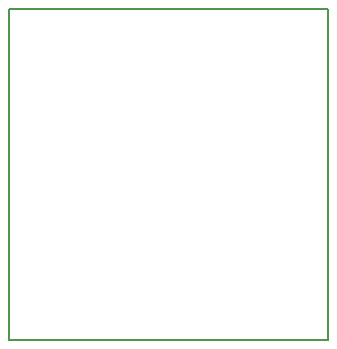
<source format=gm1>
G04 #@! TF.FileFunction,Profile,NP*
%FSLAX46Y46*%
G04 Gerber Fmt 4.6, Leading zero omitted, Abs format (unit mm)*
G04 Created by KiCad (PCBNEW 4.0.7) date 06/05/18 11:05:24*
%MOMM*%
%LPD*%
G01*
G04 APERTURE LIST*
%ADD10C,0.100000*%
%ADD11C,0.150000*%
G04 APERTURE END LIST*
D10*
D11*
X103000000Y-98000000D02*
X103000000Y-70000000D01*
X130000000Y-98000000D02*
X103000000Y-98000000D01*
X130000000Y-70000000D02*
X130000000Y-98000000D01*
X103000000Y-70000000D02*
X130000000Y-70000000D01*
M02*

</source>
